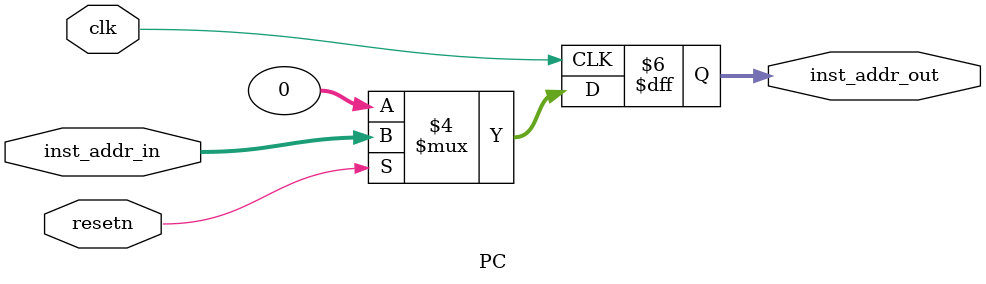
<source format=sv>
`timescale 1ns / 1ps


module PC(
    input [31:0] inst_addr_in,
    output reg [31:0] inst_addr_out,
    input clk,
    input resetn
    );
    always_ff @ (posedge clk) begin
        if (!resetn) begin
            inst_addr_out  <= 32'h00000000;
        end else begin
            inst_addr_out <= inst_addr_in;
        end
    end
endmodule

</source>
